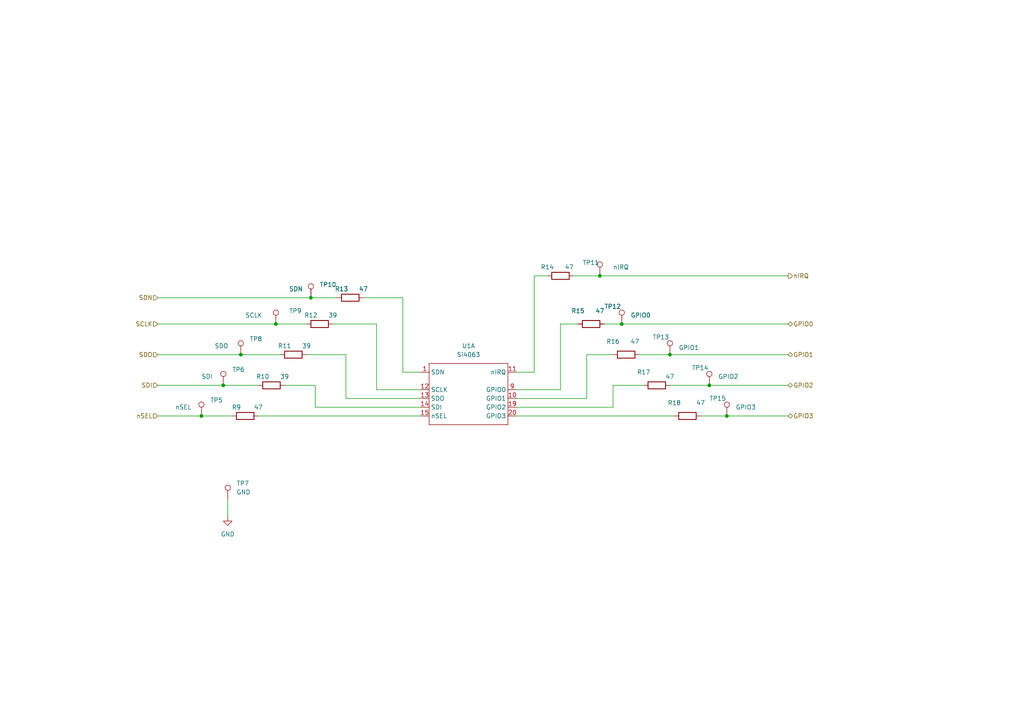
<source format=kicad_sch>
(kicad_sch (version 20211123) (generator eeschema)

  (uuid bf7a7e31-dc8c-4a4b-b8ef-7b4bc9683d96)

  (paper "A4")

  (lib_symbols
    (symbol "Connector:TestPoint" (pin_numbers hide) (pin_names (offset 0.762) hide) (in_bom yes) (on_board yes)
      (property "Reference" "TP" (id 0) (at 0 6.858 0)
        (effects (font (size 1.27 1.27)))
      )
      (property "Value" "TestPoint" (id 1) (at 0 5.08 0)
        (effects (font (size 1.27 1.27)))
      )
      (property "Footprint" "" (id 2) (at 5.08 0 0)
        (effects (font (size 1.27 1.27)) hide)
      )
      (property "Datasheet" "~" (id 3) (at 5.08 0 0)
        (effects (font (size 1.27 1.27)) hide)
      )
      (property "ki_keywords" "test point tp" (id 4) (at 0 0 0)
        (effects (font (size 1.27 1.27)) hide)
      )
      (property "ki_description" "test point" (id 5) (at 0 0 0)
        (effects (font (size 1.27 1.27)) hide)
      )
      (property "ki_fp_filters" "Pin* Test*" (id 6) (at 0 0 0)
        (effects (font (size 1.27 1.27)) hide)
      )
      (symbol "TestPoint_0_1"
        (circle (center 0 3.302) (radius 0.762)
          (stroke (width 0) (type default) (color 0 0 0 0))
          (fill (type none))
        )
      )
      (symbol "TestPoint_1_1"
        (pin passive line (at 0 0 90) (length 2.54)
          (name "1" (effects (font (size 1.27 1.27))))
          (number "1" (effects (font (size 1.27 1.27))))
        )
      )
    )
    (symbol "Device:R" (pin_numbers hide) (pin_names (offset 0)) (in_bom yes) (on_board yes)
      (property "Reference" "R" (id 0) (at 2.032 0 90)
        (effects (font (size 1.27 1.27)))
      )
      (property "Value" "R" (id 1) (at 0 0 90)
        (effects (font (size 1.27 1.27)))
      )
      (property "Footprint" "" (id 2) (at -1.778 0 90)
        (effects (font (size 1.27 1.27)) hide)
      )
      (property "Datasheet" "~" (id 3) (at 0 0 0)
        (effects (font (size 1.27 1.27)) hide)
      )
      (property "ki_keywords" "R res resistor" (id 4) (at 0 0 0)
        (effects (font (size 1.27 1.27)) hide)
      )
      (property "ki_description" "Resistor" (id 5) (at 0 0 0)
        (effects (font (size 1.27 1.27)) hide)
      )
      (property "ki_fp_filters" "R_*" (id 6) (at 0 0 0)
        (effects (font (size 1.27 1.27)) hide)
      )
      (symbol "R_0_1"
        (rectangle (start -1.016 -2.54) (end 1.016 2.54)
          (stroke (width 0.254) (type default) (color 0 0 0 0))
          (fill (type none))
        )
      )
      (symbol "R_1_1"
        (pin passive line (at 0 3.81 270) (length 1.27)
          (name "~" (effects (font (size 1.27 1.27))))
          (number "1" (effects (font (size 1.27 1.27))))
        )
        (pin passive line (at 0 -3.81 90) (length 1.27)
          (name "~" (effects (font (size 1.27 1.27))))
          (number "2" (effects (font (size 1.27 1.27))))
        )
      )
    )
    (symbol "My_Library2:Si4063" (in_bom yes) (on_board yes)
      (property "Reference" "U" (id 0) (at 0 1.27 0)
        (effects (font (size 1.27 1.27)))
      )
      (property "Value" "Si4063" (id 1) (at -1.27 -1.27 0)
        (effects (font (size 1.27 1.27)))
      )
      (property "Footprint" "" (id 2) (at 0 2.54 0)
        (effects (font (size 1.27 1.27)) hide)
      )
      (property "Datasheet" "" (id 3) (at 0 2.54 0)
        (effects (font (size 1.27 1.27)) hide)
      )
      (symbol "Si4063_0_1"
        (rectangle (start -11.43 8.89) (end 11.43 -8.89)
          (stroke (width 0) (type default) (color 0 0 0 0))
          (fill (type none))
        )
      )
      (symbol "Si4063_1_1"
        (pin input line (at -13.97 6.35 0) (length 2.54)
          (name "SDN" (effects (font (size 1.27 1.27))))
          (number "1" (effects (font (size 1.27 1.27))))
        )
        (pin bidirectional line (at 13.97 -1.27 180) (length 2.54)
          (name "GPIO1" (effects (font (size 1.27 1.27))))
          (number "10" (effects (font (size 1.27 1.27))))
        )
        (pin output line (at 13.97 6.35 180) (length 2.54)
          (name "nIRQ" (effects (font (size 1.27 1.27))))
          (number "11" (effects (font (size 1.27 1.27))))
        )
        (pin input line (at -13.97 1.27 0) (length 2.54)
          (name "SCLK" (effects (font (size 1.27 1.27))))
          (number "12" (effects (font (size 1.27 1.27))))
        )
        (pin output line (at -13.97 -1.27 0) (length 2.54)
          (name "SDO" (effects (font (size 1.27 1.27))))
          (number "13" (effects (font (size 1.27 1.27))))
        )
        (pin input line (at -13.97 -3.81 0) (length 2.54)
          (name "SDI" (effects (font (size 1.27 1.27))))
          (number "14" (effects (font (size 1.27 1.27))))
        )
        (pin input line (at -13.97 -6.35 0) (length 2.54)
          (name "nSEL" (effects (font (size 1.27 1.27))))
          (number "15" (effects (font (size 1.27 1.27))))
        )
        (pin bidirectional line (at 13.97 -3.81 180) (length 2.54)
          (name "GPIO2" (effects (font (size 1.27 1.27))))
          (number "19" (effects (font (size 1.27 1.27))))
        )
        (pin bidirectional line (at 13.97 -6.35 180) (length 2.54)
          (name "GPIO3" (effects (font (size 1.27 1.27))))
          (number "20" (effects (font (size 1.27 1.27))))
        )
        (pin bidirectional line (at 13.97 1.27 180) (length 2.54)
          (name "GPIO0" (effects (font (size 1.27 1.27))))
          (number "9" (effects (font (size 1.27 1.27))))
        )
      )
      (symbol "Si4063_2_1"
        (pin output line (at -13.97 0 0) (length 2.54)
          (name "XOUT" (effects (font (size 1.27 1.27))))
          (number "16" (effects (font (size 1.27 1.27))))
        )
        (pin input line (at -13.97 2.54 0) (length 2.54)
          (name "XIN" (effects (font (size 1.27 1.27))))
          (number "17" (effects (font (size 1.27 1.27))))
        )
        (pin power_in line (at 5.08 -11.43 90) (length 2.54)
          (name "GND" (effects (font (size 1.27 1.27))))
          (number "18" (effects (font (size 1.27 1.27))))
        )
        (pin no_connect line (at -7.62 -11.43 90) (length 2.54)
          (name "NC" (effects (font (size 1.27 1.27))))
          (number "2" (effects (font (size 1.27 1.27))))
        )
        (pin no_connect line (at -5.08 -11.43 90) (length 2.54)
          (name "NC" (effects (font (size 1.27 1.27))))
          (number "3" (effects (font (size 1.27 1.27))))
        )
        (pin input line (at 0 -11.43 90) (length 2.54)
          (name "NC" (effects (font (size 1.27 1.27))))
          (number "5" (effects (font (size 1.27 1.27))))
        )
        (pin power_in line (at -5.08 11.43 270) (length 2.54)
          (name "VDD" (effects (font (size 1.27 1.27))))
          (number "6" (effects (font (size 1.27 1.27))))
        )
        (pin power_in line (at -2.54 11.43 270) (length 2.54)
          (name "VDD" (effects (font (size 1.27 1.27))))
          (number "8" (effects (font (size 1.27 1.27))))
        )
        (pin power_in line (at 8.89 -11.43 90) (length 2.54)
          (name "PADDLE" (effects (font (size 1.27 1.27))))
          (number "PKG" (effects (font (size 1.27 1.27))))
        )
      )
      (symbol "Si4063_3_1"
        (pin output line (at 13.97 2.54 180) (length 2.54)
          (name "TX" (effects (font (size 1.27 1.27))))
          (number "4" (effects (font (size 1.27 1.27))))
        )
        (pin output line (at 13.97 -1.27 180) (length 2.54)
          (name "TXRAMP" (effects (font (size 1.27 1.27))))
          (number "7" (effects (font (size 1.27 1.27))))
        )
      )
    )
    (symbol "power:GND" (power) (pin_names (offset 0)) (in_bom yes) (on_board yes)
      (property "Reference" "#PWR" (id 0) (at 0 -6.35 0)
        (effects (font (size 1.27 1.27)) hide)
      )
      (property "Value" "GND" (id 1) (at 0 -3.81 0)
        (effects (font (size 1.27 1.27)))
      )
      (property "Footprint" "" (id 2) (at 0 0 0)
        (effects (font (size 1.27 1.27)) hide)
      )
      (property "Datasheet" "" (id 3) (at 0 0 0)
        (effects (font (size 1.27 1.27)) hide)
      )
      (property "ki_keywords" "power-flag" (id 4) (at 0 0 0)
        (effects (font (size 1.27 1.27)) hide)
      )
      (property "ki_description" "Power symbol creates a global label with name \"GND\" , ground" (id 5) (at 0 0 0)
        (effects (font (size 1.27 1.27)) hide)
      )
      (symbol "GND_0_1"
        (polyline
          (pts
            (xy 0 0)
            (xy 0 -1.27)
            (xy 1.27 -1.27)
            (xy 0 -2.54)
            (xy -1.27 -1.27)
            (xy 0 -1.27)
          )
          (stroke (width 0) (type default) (color 0 0 0 0))
          (fill (type none))
        )
      )
      (symbol "GND_1_1"
        (pin power_in line (at 0 0 270) (length 0) hide
          (name "GND" (effects (font (size 1.27 1.27))))
          (number "1" (effects (font (size 1.27 1.27))))
        )
      )
    )
  )

  (junction (at 210.82 120.65) (diameter 0) (color 0 0 0 0)
    (uuid 14be9a49-6a4b-46e6-bb56-1861fc82a1eb)
  )
  (junction (at 194.31 102.87) (diameter 0) (color 0 0 0 0)
    (uuid 4f91c321-f07f-4d12-aab5-e0087f2125b4)
  )
  (junction (at 64.77 111.76) (diameter 0) (color 0 0 0 0)
    (uuid 545d80f7-8633-4614-8e2e-94b83d6be596)
  )
  (junction (at 80.01 93.98) (diameter 0) (color 0 0 0 0)
    (uuid 62006d75-0fb2-429a-abf8-a9399d692af4)
  )
  (junction (at 173.99 80.01) (diameter 0) (color 0 0 0 0)
    (uuid 8b6a23cd-47d5-418a-85a2-a6c697b8d2ef)
  )
  (junction (at 69.85 102.87) (diameter 0) (color 0 0 0 0)
    (uuid b3ce85cb-3cf4-4b32-a783-4839569fbfc3)
  )
  (junction (at 205.74 111.76) (diameter 0) (color 0 0 0 0)
    (uuid bf0d8f27-5c11-418c-80d6-f5773a9d4d7d)
  )
  (junction (at 180.34 93.98) (diameter 0) (color 0 0 0 0)
    (uuid d6c57f81-9b1c-4371-abf8-ae86192bbc70)
  )
  (junction (at 90.17 86.36) (diameter 0) (color 0 0 0 0)
    (uuid e3827174-0a99-4446-a759-930a4cfc94dd)
  )
  (junction (at 58.42 120.65) (diameter 0) (color 0 0 0 0)
    (uuid f969a64b-ef05-4842-9191-4925d22e0bcd)
  )

  (wire (pts (xy 149.86 120.65) (xy 195.58 120.65))
    (stroke (width 0) (type default) (color 0 0 0 0))
    (uuid 0222678a-2b93-4d1a-8e82-29341c3d6130)
  )
  (wire (pts (xy 167.64 93.98) (xy 162.56 93.98))
    (stroke (width 0) (type default) (color 0 0 0 0))
    (uuid 032f33f9-c632-4d9c-9576-ca135c7d930d)
  )
  (wire (pts (xy 116.84 107.95) (xy 116.84 86.36))
    (stroke (width 0) (type default) (color 0 0 0 0))
    (uuid 033a72b3-e4d9-41a1-a9ff-5c3e01b54a02)
  )
  (wire (pts (xy 88.9 102.87) (xy 100.33 102.87))
    (stroke (width 0) (type default) (color 0 0 0 0))
    (uuid 0ae245d1-01ca-4919-9312-31c98d5abc2d)
  )
  (wire (pts (xy 105.41 86.36) (xy 116.84 86.36))
    (stroke (width 0) (type default) (color 0 0 0 0))
    (uuid 129e67c4-3b72-4859-be44-067eb529bc3f)
  )
  (wire (pts (xy 175.26 93.98) (xy 180.34 93.98))
    (stroke (width 0) (type default) (color 0 0 0 0))
    (uuid 1b8add18-eca0-4e7e-a3a8-939658c18bfc)
  )
  (wire (pts (xy 170.18 102.87) (xy 177.8 102.87))
    (stroke (width 0) (type default) (color 0 0 0 0))
    (uuid 1feda650-f55b-435b-b4ec-444992ac8cd5)
  )
  (wire (pts (xy 170.18 115.57) (xy 170.18 102.87))
    (stroke (width 0) (type default) (color 0 0 0 0))
    (uuid 21a022e2-f144-4ebb-be67-25d56b4cd1f3)
  )
  (wire (pts (xy 74.93 120.65) (xy 121.92 120.65))
    (stroke (width 0) (type default) (color 0 0 0 0))
    (uuid 28355c0d-9bc6-4f24-9479-d81fb70d96f5)
  )
  (wire (pts (xy 100.33 115.57) (xy 100.33 102.87))
    (stroke (width 0) (type default) (color 0 0 0 0))
    (uuid 2b3f4057-ee7d-4b17-a27e-8b983e4ae010)
  )
  (wire (pts (xy 173.99 80.01) (xy 228.6 80.01))
    (stroke (width 0) (type default) (color 0 0 0 0))
    (uuid 2c6a9f68-2ada-43a3-94c6-09eac2d9db04)
  )
  (wire (pts (xy 90.17 86.36) (xy 97.79 86.36))
    (stroke (width 0) (type default) (color 0 0 0 0))
    (uuid 2e3d7d33-b750-4a36-aa1e-accb325fe8a2)
  )
  (wire (pts (xy 45.72 93.98) (xy 80.01 93.98))
    (stroke (width 0) (type default) (color 0 0 0 0))
    (uuid 3130e206-faa0-4bad-9349-be8377f6ac5c)
  )
  (wire (pts (xy 64.77 111.76) (xy 74.93 111.76))
    (stroke (width 0) (type default) (color 0 0 0 0))
    (uuid 35822ec1-6956-4eaf-8a2a-af1828048523)
  )
  (wire (pts (xy 121.92 118.11) (xy 91.44 118.11))
    (stroke (width 0) (type default) (color 0 0 0 0))
    (uuid 37c68fc5-f801-4fb7-a299-42cd6ef4c2e8)
  )
  (wire (pts (xy 58.42 120.65) (xy 67.31 120.65))
    (stroke (width 0) (type default) (color 0 0 0 0))
    (uuid 382a1663-5d0f-403d-acc1-3dd5bfc0b748)
  )
  (wire (pts (xy 45.72 102.87) (xy 69.85 102.87))
    (stroke (width 0) (type default) (color 0 0 0 0))
    (uuid 399be09c-6c67-45c5-a813-351dd8501633)
  )
  (wire (pts (xy 109.22 113.03) (xy 109.22 93.98))
    (stroke (width 0) (type default) (color 0 0 0 0))
    (uuid 400a13b7-236d-4168-904b-da8c2f9c4bae)
  )
  (wire (pts (xy 80.01 93.98) (xy 88.9 93.98))
    (stroke (width 0) (type default) (color 0 0 0 0))
    (uuid 4259fde4-e33d-448a-918a-a264f25c7f3a)
  )
  (wire (pts (xy 162.56 93.98) (xy 162.56 113.03))
    (stroke (width 0) (type default) (color 0 0 0 0))
    (uuid 4d1507fe-646c-4f98-987f-956f4ff8e9a1)
  )
  (wire (pts (xy 149.86 107.95) (xy 154.94 107.95))
    (stroke (width 0) (type default) (color 0 0 0 0))
    (uuid 50cab724-bb9d-4efd-a22c-1478bbe12801)
  )
  (wire (pts (xy 203.2 120.65) (xy 210.82 120.65))
    (stroke (width 0) (type default) (color 0 0 0 0))
    (uuid 51eaca17-ac44-4710-8265-e9b26ec6a594)
  )
  (wire (pts (xy 158.75 80.01) (xy 154.94 80.01))
    (stroke (width 0) (type default) (color 0 0 0 0))
    (uuid 5cd1d008-3519-46e3-91b3-360b4303d2ba)
  )
  (wire (pts (xy 166.37 80.01) (xy 173.99 80.01))
    (stroke (width 0) (type default) (color 0 0 0 0))
    (uuid 70bebd58-ccf1-467d-afb3-878c32b910e2)
  )
  (wire (pts (xy 154.94 80.01) (xy 154.94 107.95))
    (stroke (width 0) (type default) (color 0 0 0 0))
    (uuid 7ac17304-8f6d-40f1-9f81-9ada1a4700d0)
  )
  (wire (pts (xy 149.86 115.57) (xy 170.18 115.57))
    (stroke (width 0) (type default) (color 0 0 0 0))
    (uuid 8a88c8a0-398b-4a12-81ba-54d1cfd0f0ba)
  )
  (wire (pts (xy 149.86 113.03) (xy 162.56 113.03))
    (stroke (width 0) (type default) (color 0 0 0 0))
    (uuid 90a5ab03-6523-417e-9fb4-e9285335ca05)
  )
  (wire (pts (xy 96.52 93.98) (xy 109.22 93.98))
    (stroke (width 0) (type default) (color 0 0 0 0))
    (uuid 90a6e69e-973c-48ad-bbca-81fd18597dd8)
  )
  (wire (pts (xy 82.55 111.76) (xy 91.44 111.76))
    (stroke (width 0) (type default) (color 0 0 0 0))
    (uuid 9b30c87a-787f-425a-874f-6b996ae26642)
  )
  (wire (pts (xy 194.31 111.76) (xy 205.74 111.76))
    (stroke (width 0) (type default) (color 0 0 0 0))
    (uuid a12acb06-4ef0-43f0-94a6-9732aa692694)
  )
  (wire (pts (xy 69.85 102.87) (xy 81.28 102.87))
    (stroke (width 0) (type default) (color 0 0 0 0))
    (uuid a3cc9838-74d1-4a80-9deb-14710897be5b)
  )
  (wire (pts (xy 149.86 118.11) (xy 177.8 118.11))
    (stroke (width 0) (type default) (color 0 0 0 0))
    (uuid a71a82b1-0241-4f13-8110-f7841f0c2b2d)
  )
  (wire (pts (xy 91.44 118.11) (xy 91.44 111.76))
    (stroke (width 0) (type default) (color 0 0 0 0))
    (uuid adeae24a-9af7-438c-9fdb-4b10d37b80d6)
  )
  (wire (pts (xy 205.74 111.76) (xy 228.6 111.76))
    (stroke (width 0) (type default) (color 0 0 0 0))
    (uuid b8629924-f97b-4cbd-a9d1-614aa685ef6f)
  )
  (wire (pts (xy 121.92 113.03) (xy 109.22 113.03))
    (stroke (width 0) (type default) (color 0 0 0 0))
    (uuid bf7672de-354f-4c0a-a1a5-74ac8ac63e7b)
  )
  (wire (pts (xy 186.69 111.76) (xy 177.8 111.76))
    (stroke (width 0) (type default) (color 0 0 0 0))
    (uuid c3e7b51f-55e7-4c06-acdb-6bf96195c997)
  )
  (wire (pts (xy 194.31 102.87) (xy 228.6 102.87))
    (stroke (width 0) (type default) (color 0 0 0 0))
    (uuid c45c7670-6ef5-4323-8e96-9dc58415b1fa)
  )
  (wire (pts (xy 177.8 111.76) (xy 177.8 118.11))
    (stroke (width 0) (type default) (color 0 0 0 0))
    (uuid c667fdba-1c3b-4f4a-872d-516e210bb69b)
  )
  (wire (pts (xy 121.92 115.57) (xy 100.33 115.57))
    (stroke (width 0) (type default) (color 0 0 0 0))
    (uuid ccb4f330-32fb-4a5b-a270-ab6bc4093880)
  )
  (wire (pts (xy 66.04 144.78) (xy 66.04 149.86))
    (stroke (width 0) (type default) (color 0 0 0 0))
    (uuid cd533720-3c8b-46ad-8452-e94777be74a4)
  )
  (wire (pts (xy 45.72 111.76) (xy 64.77 111.76))
    (stroke (width 0) (type default) (color 0 0 0 0))
    (uuid dfc3b1c4-5514-476f-8e71-253176437982)
  )
  (wire (pts (xy 45.72 86.36) (xy 90.17 86.36))
    (stroke (width 0) (type default) (color 0 0 0 0))
    (uuid e51a5345-1e27-409f-ac33-6905eb085baf)
  )
  (wire (pts (xy 180.34 93.98) (xy 228.6 93.98))
    (stroke (width 0) (type default) (color 0 0 0 0))
    (uuid e81a20bb-ac76-4ff6-ad94-45388ea9f048)
  )
  (wire (pts (xy 121.92 107.95) (xy 116.84 107.95))
    (stroke (width 0) (type default) (color 0 0 0 0))
    (uuid ea001c50-b959-4903-8fc8-15ef851fd410)
  )
  (wire (pts (xy 210.82 120.65) (xy 228.6 120.65))
    (stroke (width 0) (type default) (color 0 0 0 0))
    (uuid f29fb62e-9d3f-4d3d-916f-f8c56b003180)
  )
  (wire (pts (xy 45.72 120.65) (xy 58.42 120.65))
    (stroke (width 0) (type default) (color 0 0 0 0))
    (uuid f522b02f-3711-4785-8a53-becc1c9cea5d)
  )
  (wire (pts (xy 185.42 102.87) (xy 194.31 102.87))
    (stroke (width 0) (type default) (color 0 0 0 0))
    (uuid fcdf7101-7fb7-4eab-a75d-ef8c9a00a730)
  )

  (hierarchical_label "nIRQ" (shape output) (at 228.6 80.01 0)
    (effects (font (size 1.27 1.27)) (justify left))
    (uuid 1bff6c83-780b-4d0c-a782-88af920cdaf6)
  )
  (hierarchical_label "nSEL" (shape input) (at 45.72 120.65 180)
    (effects (font (size 1.27 1.27)) (justify right))
    (uuid 210d417b-09c0-4c86-9b2d-253f08373509)
  )
  (hierarchical_label "GPIO1" (shape bidirectional) (at 228.6 102.87 0)
    (effects (font (size 1.27 1.27)) (justify left))
    (uuid 282cac28-66d8-4ab6-8e34-ab9a2fdedcfb)
  )
  (hierarchical_label "GPIO3" (shape bidirectional) (at 228.6 120.65 0)
    (effects (font (size 1.27 1.27)) (justify left))
    (uuid 3de5275d-f09a-4ea6-a8f1-c297ee4fe894)
  )
  (hierarchical_label "GPIO0" (shape bidirectional) (at 228.6 93.98 0)
    (effects (font (size 1.27 1.27)) (justify left))
    (uuid 7321bff4-d961-461b-be09-0fb940e42765)
  )
  (hierarchical_label "GPIO2" (shape bidirectional) (at 228.6 111.76 0)
    (effects (font (size 1.27 1.27)) (justify left))
    (uuid 81243148-0ab8-4ff8-8c34-1542d52655b5)
  )
  (hierarchical_label "SDN" (shape input) (at 45.72 86.36 180)
    (effects (font (size 1.27 1.27)) (justify right))
    (uuid 82cb4305-0289-4874-bda7-ea5c629f2b9b)
  )
  (hierarchical_label "SDI" (shape input) (at 45.72 111.76 180)
    (effects (font (size 1.27 1.27)) (justify right))
    (uuid 8b9f4c6b-d4ac-431c-bb65-c6f12c0228f9)
  )
  (hierarchical_label "SDO" (shape input) (at 45.72 102.87 180)
    (effects (font (size 1.27 1.27)) (justify right))
    (uuid b662510a-9af2-481a-8bac-e2f8f9e8a473)
  )
  (hierarchical_label "SCLK" (shape input) (at 45.72 93.98 180)
    (effects (font (size 1.27 1.27)) (justify right))
    (uuid c30c0287-35d3-46ec-a808-a75d22e9ca80)
  )

  (symbol (lib_id "Connector:TestPoint") (at 69.85 102.87 0) (unit 1)
    (in_bom yes) (on_board yes)
    (uuid 09b724fd-fbe2-4da9-a92d-32e26dc06b05)
    (property "Reference" "TP8" (id 0) (at 72.39 98.2979 0)
      (effects (font (size 1.27 1.27)) (justify left))
    )
    (property "Value" "SDO" (id 1) (at 62.23 100.33 0)
      (effects (font (size 1.27 1.27)) (justify left))
    )
    (property "Footprint" "TestPoint:TestPoint_Pad_D2.5mm" (id 2) (at 74.93 102.87 0)
      (effects (font (size 1.27 1.27)) hide)
    )
    (property "Datasheet" "~" (id 3) (at 74.93 102.87 0)
      (effects (font (size 1.27 1.27)) hide)
    )
    (pin "1" (uuid 8ee357b5-0133-420f-a636-0f99dfa610fa))
  )

  (symbol (lib_id "Connector:TestPoint") (at 90.17 86.36 0) (unit 1)
    (in_bom yes) (on_board yes)
    (uuid 0fd2b259-844c-4f35-a817-fcf925fcfdb2)
    (property "Reference" "TP10" (id 0) (at 92.71 82.55 0)
      (effects (font (size 1.27 1.27)) (justify left))
    )
    (property "Value" "SDN" (id 1) (at 83.82 83.82 0)
      (effects (font (size 1.27 1.27)) (justify left))
    )
    (property "Footprint" "TestPoint:TestPoint_Pad_D2.5mm" (id 2) (at 95.25 86.36 0)
      (effects (font (size 1.27 1.27)) hide)
    )
    (property "Datasheet" "~" (id 3) (at 95.25 86.36 0)
      (effects (font (size 1.27 1.27)) hide)
    )
    (pin "1" (uuid c7d02498-e8b7-4e4e-aa4a-214da68b9071))
  )

  (symbol (lib_id "Connector:TestPoint") (at 58.42 120.65 0) (unit 1)
    (in_bom yes) (on_board yes)
    (uuid 165a7c0d-0702-433d-a1ed-51f92c8cbf05)
    (property "Reference" "TP5" (id 0) (at 60.96 116.0779 0)
      (effects (font (size 1.27 1.27)) (justify left))
    )
    (property "Value" "nSEL" (id 1) (at 50.8 118.11 0)
      (effects (font (size 1.27 1.27)) (justify left))
    )
    (property "Footprint" "TestPoint:TestPoint_Pad_D2.5mm" (id 2) (at 63.5 120.65 0)
      (effects (font (size 1.27 1.27)) hide)
    )
    (property "Datasheet" "~" (id 3) (at 63.5 120.65 0)
      (effects (font (size 1.27 1.27)) hide)
    )
    (pin "1" (uuid 0afa559f-13c1-4d02-be7e-155e30652506))
  )

  (symbol (lib_id "Connector:TestPoint") (at 210.82 120.65 0) (unit 1)
    (in_bom yes) (on_board yes)
    (uuid 1e3b2d89-f2c5-458e-8f2c-359bf25dd618)
    (property "Reference" "TP15" (id 0) (at 205.74 115.57 0)
      (effects (font (size 1.27 1.27)) (justify left))
    )
    (property "Value" "GPIO3" (id 1) (at 213.36 118.11 0)
      (effects (font (size 1.27 1.27)) (justify left))
    )
    (property "Footprint" "TestPoint:TestPoint_Pad_D2.5mm" (id 2) (at 215.9 120.65 0)
      (effects (font (size 1.27 1.27)) hide)
    )
    (property "Datasheet" "~" (id 3) (at 215.9 120.65 0)
      (effects (font (size 1.27 1.27)) hide)
    )
    (pin "1" (uuid cccce11a-591d-4cc9-82b0-4ba6bc7614d7))
  )

  (symbol (lib_id "Device:R") (at 181.61 102.87 90) (unit 1)
    (in_bom yes) (on_board yes)
    (uuid 1f487a3b-fc30-419f-9e75-9f1ae9c4a624)
    (property "Reference" "R16" (id 0) (at 177.8 99.06 90))
    (property "Value" "47" (id 1) (at 184.15 99.06 90))
    (property "Footprint" "Resistor_SMD:R_0603_1608Metric_Pad0.98x0.95mm_HandSolder" (id 2) (at 181.61 104.648 90)
      (effects (font (size 1.27 1.27)) hide)
    )
    (property "Datasheet" "~" (id 3) (at 181.61 102.87 0)
      (effects (font (size 1.27 1.27)) hide)
    )
    (pin "1" (uuid 3b347daa-fbe5-427f-84d4-7dd3a4ddd8ea))
    (pin "2" (uuid 597d3d95-960f-46c6-9887-bf6374a10b3a))
  )

  (symbol (lib_id "My_Library2:Si4063") (at 135.89 114.3 0) (unit 1)
    (in_bom yes) (on_board yes) (fields_autoplaced)
    (uuid 22baf410-d736-43f2-b50b-bdbafdb12b8d)
    (property "Reference" "U1" (id 0) (at 135.89 100.33 0))
    (property "Value" "Si4063" (id 1) (at 135.89 102.87 0))
    (property "Footprint" "Package_DFN_QFN:QFN-20-1EP_4x4mm_P0.5mm_EP2.6x2.6mm" (id 2) (at 135.89 111.76 0)
      (effects (font (size 1.27 1.27)) hide)
    )
    (property "Datasheet" "" (id 3) (at 135.89 111.76 0)
      (effects (font (size 1.27 1.27)) hide)
    )
    (pin "1" (uuid 9664f362-8e71-4ee4-b81d-554fabf05622))
    (pin "10" (uuid 1a6c0aef-83cb-420d-8884-46eeaee58856))
    (pin "11" (uuid 73dc7ad6-e1d1-4749-bd48-a059a2b823b7))
    (pin "12" (uuid e50e33b3-8197-435f-aaf2-1ee014aecb73))
    (pin "13" (uuid 9d319334-ec01-4d69-bf15-44f9bdf214d5))
    (pin "14" (uuid 07a44949-12c4-47a7-8b31-34ffa3ff72d9))
    (pin "15" (uuid 58fa165c-05e3-4857-8d08-7af4f1dda257))
    (pin "19" (uuid 360f9714-97c8-48c4-a528-abcc91132036))
    (pin "20" (uuid 1cca31ab-9202-4f86-b4d3-2a7e66bee847))
    (pin "9" (uuid 963b10e0-10a0-479f-96fe-cc559f71cd3c))
    (pin "16" (uuid f2de6784-7b19-4ccc-9843-411889c78df8))
    (pin "17" (uuid e3aecb9a-4a13-42c9-ba5c-66dfed2f1ef4))
    (pin "18" (uuid 7b4fa3ee-37d8-4ca0-b00b-2d0fbd0c47d5))
    (pin "2" (uuid 6b372943-7dc8-44cd-971a-2fd57811cbeb))
    (pin "3" (uuid 41129e1a-02ec-486f-8496-b61b7b4f3626))
    (pin "5" (uuid a809de61-e30c-4590-94f3-beb4684b325f))
    (pin "6" (uuid 0aff35fd-dd5d-435a-afab-de53db774b35))
    (pin "8" (uuid 1c768058-82d0-4d76-a39c-06a2c3c9a016))
    (pin "PKG" (uuid e487079b-99dc-4c5f-9c02-fa949b25e661))
    (pin "4" (uuid b6aca85d-5691-489e-99f3-c3ac2660dd00))
    (pin "7" (uuid 7d3ed2cc-0bd6-4c0c-97ee-b35e6a778d88))
  )

  (symbol (lib_id "Device:R") (at 162.56 80.01 90) (unit 1)
    (in_bom yes) (on_board yes)
    (uuid 33c4ced7-f34d-405d-9880-7166bfde47df)
    (property "Reference" "R14" (id 0) (at 158.75 77.47 90))
    (property "Value" "47" (id 1) (at 165.1 77.47 90))
    (property "Footprint" "Resistor_SMD:R_0603_1608Metric_Pad0.98x0.95mm_HandSolder" (id 2) (at 162.56 81.788 90)
      (effects (font (size 1.27 1.27)) hide)
    )
    (property "Datasheet" "~" (id 3) (at 162.56 80.01 0)
      (effects (font (size 1.27 1.27)) hide)
    )
    (pin "1" (uuid d242aaa9-427f-45fe-b3a9-b35b85b71503))
    (pin "2" (uuid a719bc71-1cf1-4c9f-a4f3-ca07393f4244))
  )

  (symbol (lib_id "Connector:TestPoint") (at 194.31 102.87 0) (unit 1)
    (in_bom yes) (on_board yes)
    (uuid 38a82e4e-2a31-4c20-a194-ef383ecc09ad)
    (property "Reference" "TP13" (id 0) (at 189.23 97.79 0)
      (effects (font (size 1.27 1.27)) (justify left))
    )
    (property "Value" "GPIO1" (id 1) (at 196.85 100.8379 0)
      (effects (font (size 1.27 1.27)) (justify left))
    )
    (property "Footprint" "TestPoint:TestPoint_Pad_D2.5mm" (id 2) (at 199.39 102.87 0)
      (effects (font (size 1.27 1.27)) hide)
    )
    (property "Datasheet" "~" (id 3) (at 199.39 102.87 0)
      (effects (font (size 1.27 1.27)) hide)
    )
    (pin "1" (uuid ccdc2d57-b2e5-48e3-9131-66ce91a40543))
  )

  (symbol (lib_id "Device:R") (at 101.6 86.36 90) (unit 1)
    (in_bom yes) (on_board yes)
    (uuid 5e39bb75-de18-4168-825d-622d393e1962)
    (property "Reference" "R13" (id 0) (at 99.06 83.82 90))
    (property "Value" "47" (id 1) (at 105.41 83.82 90))
    (property "Footprint" "Resistor_SMD:R_0603_1608Metric_Pad0.98x0.95mm_HandSolder" (id 2) (at 101.6 88.138 90)
      (effects (font (size 1.27 1.27)) hide)
    )
    (property "Datasheet" "~" (id 3) (at 101.6 86.36 0)
      (effects (font (size 1.27 1.27)) hide)
    )
    (pin "1" (uuid 6fe8293d-cfae-464e-871f-ad14cbc3bb0c))
    (pin "2" (uuid dac8801d-9fa7-47e4-b968-b0a50e970b7e))
  )

  (symbol (lib_id "Connector:TestPoint") (at 64.77 111.76 0) (unit 1)
    (in_bom yes) (on_board yes)
    (uuid 5e8d7216-edbf-4668-ba03-de15f857cd68)
    (property "Reference" "TP6" (id 0) (at 67.31 107.1879 0)
      (effects (font (size 1.27 1.27)) (justify left))
    )
    (property "Value" "SDI" (id 1) (at 58.42 109.22 0)
      (effects (font (size 1.27 1.27)) (justify left))
    )
    (property "Footprint" "TestPoint:TestPoint_Pad_D2.5mm" (id 2) (at 69.85 111.76 0)
      (effects (font (size 1.27 1.27)) hide)
    )
    (property "Datasheet" "~" (id 3) (at 69.85 111.76 0)
      (effects (font (size 1.27 1.27)) hide)
    )
    (pin "1" (uuid de793fcf-07f5-4c71-b3eb-2435fdcf9825))
  )

  (symbol (lib_id "Device:R") (at 78.74 111.76 90) (unit 1)
    (in_bom yes) (on_board yes)
    (uuid 5f5503fd-0daf-46b5-b97b-1836dc7e4beb)
    (property "Reference" "R10" (id 0) (at 76.2 109.22 90))
    (property "Value" "39" (id 1) (at 82.55 109.22 90))
    (property "Footprint" "Resistor_SMD:R_0603_1608Metric_Pad0.98x0.95mm_HandSolder" (id 2) (at 78.74 113.538 90)
      (effects (font (size 1.27 1.27)) hide)
    )
    (property "Datasheet" "~" (id 3) (at 78.74 111.76 0)
      (effects (font (size 1.27 1.27)) hide)
    )
    (pin "1" (uuid 709ffcb7-00bf-4320-b387-afe61f9929e9))
    (pin "2" (uuid f3c65f18-5105-4bfc-8ab4-12d89ccdded5))
  )

  (symbol (lib_id "Connector:TestPoint") (at 80.01 93.98 0) (unit 1)
    (in_bom yes) (on_board yes)
    (uuid 6a830eb9-c573-43a0-b749-f069a9c22b6c)
    (property "Reference" "TP9" (id 0) (at 83.82 90.17 0)
      (effects (font (size 1.27 1.27)) (justify left))
    )
    (property "Value" "SCLK" (id 1) (at 71.12 91.44 0)
      (effects (font (size 1.27 1.27)) (justify left))
    )
    (property "Footprint" "TestPoint:TestPoint_Pad_D2.5mm" (id 2) (at 85.09 93.98 0)
      (effects (font (size 1.27 1.27)) hide)
    )
    (property "Datasheet" "~" (id 3) (at 85.09 93.98 0)
      (effects (font (size 1.27 1.27)) hide)
    )
    (pin "1" (uuid a2aa5cc7-4efb-4c2e-bcf1-1c8593298f18))
  )

  (symbol (lib_id "Connector:TestPoint") (at 180.34 93.98 0) (unit 1)
    (in_bom yes) (on_board yes)
    (uuid 81e07939-0495-43ff-a10d-bcf95c438d70)
    (property "Reference" "TP12" (id 0) (at 175.26 88.9 0)
      (effects (font (size 1.27 1.27)) (justify left))
    )
    (property "Value" "GPIO0" (id 1) (at 182.88 91.44 0)
      (effects (font (size 1.27 1.27)) (justify left))
    )
    (property "Footprint" "TestPoint:TestPoint_Pad_D2.5mm" (id 2) (at 185.42 93.98 0)
      (effects (font (size 1.27 1.27)) hide)
    )
    (property "Datasheet" "~" (id 3) (at 185.42 93.98 0)
      (effects (font (size 1.27 1.27)) hide)
    )
    (pin "1" (uuid 03c78fa1-0ce0-4979-a892-83840e0d2432))
  )

  (symbol (lib_id "Device:R") (at 71.12 120.65 90) (unit 1)
    (in_bom yes) (on_board yes)
    (uuid 84207315-f211-4145-b5e8-b89b3ff330a2)
    (property "Reference" "R9" (id 0) (at 68.58 118.11 90))
    (property "Value" "47" (id 1) (at 74.93 118.11 90))
    (property "Footprint" "Resistor_SMD:R_0603_1608Metric_Pad0.98x0.95mm_HandSolder" (id 2) (at 71.12 122.428 90)
      (effects (font (size 1.27 1.27)) hide)
    )
    (property "Datasheet" "~" (id 3) (at 71.12 120.65 0)
      (effects (font (size 1.27 1.27)) hide)
    )
    (pin "1" (uuid ef839d98-429a-494b-9182-c72ee90d61fc))
    (pin "2" (uuid 5549724a-dd0f-443b-9336-35d3afaf67aa))
  )

  (symbol (lib_id "Device:R") (at 171.45 93.98 90) (unit 1)
    (in_bom yes) (on_board yes)
    (uuid 84302816-bb36-44b8-9ebc-e47cd015d4c6)
    (property "Reference" "R15" (id 0) (at 167.64 90.17 90))
    (property "Value" "47" (id 1) (at 173.99 90.17 90))
    (property "Footprint" "Resistor_SMD:R_0603_1608Metric_Pad0.98x0.95mm_HandSolder" (id 2) (at 171.45 95.758 90)
      (effects (font (size 1.27 1.27)) hide)
    )
    (property "Datasheet" "~" (id 3) (at 171.45 93.98 0)
      (effects (font (size 1.27 1.27)) hide)
    )
    (pin "1" (uuid 696e1d4c-174e-4bb0-8495-16dc0ba8bbbd))
    (pin "2" (uuid 17d647db-0ad7-4864-bd0f-da4d7ec5f0e8))
  )

  (symbol (lib_id "Device:R") (at 92.71 93.98 90) (unit 1)
    (in_bom yes) (on_board yes)
    (uuid 8fd519d9-27e9-4328-9d3a-de902faf43ce)
    (property "Reference" "R12" (id 0) (at 90.17 91.44 90))
    (property "Value" "39" (id 1) (at 96.52 91.44 90))
    (property "Footprint" "Resistor_SMD:R_0603_1608Metric_Pad0.98x0.95mm_HandSolder" (id 2) (at 92.71 95.758 90)
      (effects (font (size 1.27 1.27)) hide)
    )
    (property "Datasheet" "~" (id 3) (at 92.71 93.98 0)
      (effects (font (size 1.27 1.27)) hide)
    )
    (pin "1" (uuid d6a8d15f-c8d7-41d6-ad33-9f601a6507ca))
    (pin "2" (uuid 6173a656-662a-474c-812c-a007c2d40490))
  )

  (symbol (lib_id "Connector:TestPoint") (at 205.74 111.76 0) (unit 1)
    (in_bom yes) (on_board yes)
    (uuid 91faddb7-38c9-430f-b11c-028a9458f866)
    (property "Reference" "TP14" (id 0) (at 200.66 106.68 0)
      (effects (font (size 1.27 1.27)) (justify left))
    )
    (property "Value" "GPIO2" (id 1) (at 208.28 109.22 0)
      (effects (font (size 1.27 1.27)) (justify left))
    )
    (property "Footprint" "TestPoint:TestPoint_Pad_D2.5mm" (id 2) (at 210.82 111.76 0)
      (effects (font (size 1.27 1.27)) hide)
    )
    (property "Datasheet" "~" (id 3) (at 210.82 111.76 0)
      (effects (font (size 1.27 1.27)) hide)
    )
    (pin "1" (uuid 59888fc4-0466-4710-bab5-9e1146745223))
  )

  (symbol (lib_id "Device:R") (at 85.09 102.87 90) (unit 1)
    (in_bom yes) (on_board yes)
    (uuid adaa894c-0235-45b6-9e96-43d1361c175b)
    (property "Reference" "R11" (id 0) (at 82.55 100.33 90))
    (property "Value" "39" (id 1) (at 88.9 100.33 90))
    (property "Footprint" "Resistor_SMD:R_0603_1608Metric_Pad0.98x0.95mm_HandSolder" (id 2) (at 85.09 104.648 90)
      (effects (font (size 1.27 1.27)) hide)
    )
    (property "Datasheet" "~" (id 3) (at 85.09 102.87 0)
      (effects (font (size 1.27 1.27)) hide)
    )
    (pin "1" (uuid d5511576-e660-4d1d-82e2-01ef5efe75d9))
    (pin "2" (uuid 1359de90-8d45-4a20-b0f1-5e1a8c68923c))
  )

  (symbol (lib_id "Device:R") (at 190.5 111.76 90) (unit 1)
    (in_bom yes) (on_board yes)
    (uuid ae3ca8ae-612a-4909-8768-e7edd1077f09)
    (property "Reference" "R17" (id 0) (at 186.69 107.95 90))
    (property "Value" "47" (id 1) (at 194.31 109.22 90))
    (property "Footprint" "Resistor_SMD:R_0603_1608Metric_Pad0.98x0.95mm_HandSolder" (id 2) (at 190.5 113.538 90)
      (effects (font (size 1.27 1.27)) hide)
    )
    (property "Datasheet" "~" (id 3) (at 190.5 111.76 0)
      (effects (font (size 1.27 1.27)) hide)
    )
    (pin "1" (uuid e559bfea-b880-4ee7-adae-5cdca4d94067))
    (pin "2" (uuid f1a9d374-a74d-4d90-b740-9fa2cf36640d))
  )

  (symbol (lib_id "Connector:TestPoint") (at 173.99 80.01 0) (unit 1)
    (in_bom yes) (on_board yes)
    (uuid be893c30-f5ec-42c1-a626-de939755a800)
    (property "Reference" "TP11" (id 0) (at 168.91 76.2 0)
      (effects (font (size 1.27 1.27)) (justify left))
    )
    (property "Value" "nIRQ" (id 1) (at 177.8 77.47 0)
      (effects (font (size 1.27 1.27)) (justify left))
    )
    (property "Footprint" "TestPoint:TestPoint_Pad_D2.5mm" (id 2) (at 179.07 80.01 0)
      (effects (font (size 1.27 1.27)) hide)
    )
    (property "Datasheet" "~" (id 3) (at 179.07 80.01 0)
      (effects (font (size 1.27 1.27)) hide)
    )
    (pin "1" (uuid f8addcb2-616a-4893-9a6f-dc7a51991d08))
  )

  (symbol (lib_id "Connector:TestPoint") (at 66.04 144.78 0) (unit 1)
    (in_bom yes) (on_board yes) (fields_autoplaced)
    (uuid c4b42345-7911-4490-b83d-2c1d68ccec12)
    (property "Reference" "TP7" (id 0) (at 68.58 140.2079 0)
      (effects (font (size 1.27 1.27)) (justify left))
    )
    (property "Value" "GND" (id 1) (at 68.58 142.7479 0)
      (effects (font (size 1.27 1.27)) (justify left))
    )
    (property "Footprint" "TestPoint:TestPoint_Pad_D2.5mm" (id 2) (at 71.12 144.78 0)
      (effects (font (size 1.27 1.27)) hide)
    )
    (property "Datasheet" "~" (id 3) (at 71.12 144.78 0)
      (effects (font (size 1.27 1.27)) hide)
    )
    (pin "1" (uuid d720c50d-6a48-410a-9376-4706d02f39fa))
  )

  (symbol (lib_id "power:GND") (at 66.04 149.86 0) (unit 1)
    (in_bom yes) (on_board yes) (fields_autoplaced)
    (uuid e7355bea-f59a-4c54-aa69-f4fe29153940)
    (property "Reference" "#PWR026" (id 0) (at 66.04 156.21 0)
      (effects (font (size 1.27 1.27)) hide)
    )
    (property "Value" "GND" (id 1) (at 66.04 154.94 0))
    (property "Footprint" "" (id 2) (at 66.04 149.86 0)
      (effects (font (size 1.27 1.27)) hide)
    )
    (property "Datasheet" "" (id 3) (at 66.04 149.86 0)
      (effects (font (size 1.27 1.27)) hide)
    )
    (pin "1" (uuid 303ee990-0e98-413e-b323-49cee6f9cc25))
  )

  (symbol (lib_id "Device:R") (at 199.39 120.65 90) (unit 1)
    (in_bom yes) (on_board yes)
    (uuid ef336ffd-03cb-4238-b9b0-410933419939)
    (property "Reference" "R18" (id 0) (at 195.58 116.84 90))
    (property "Value" "47" (id 1) (at 203.2 116.84 90))
    (property "Footprint" "Resistor_SMD:R_0603_1608Metric_Pad0.98x0.95mm_HandSolder" (id 2) (at 199.39 122.428 90)
      (effects (font (size 1.27 1.27)) hide)
    )
    (property "Datasheet" "~" (id 3) (at 199.39 120.65 0)
      (effects (font (size 1.27 1.27)) hide)
    )
    (pin "1" (uuid a5acd676-4c08-4efb-8476-2b2725a25f6b))
    (pin "2" (uuid 1b783518-2bc8-4cd1-ba0e-8f1b91061a0a))
  )
)

</source>
